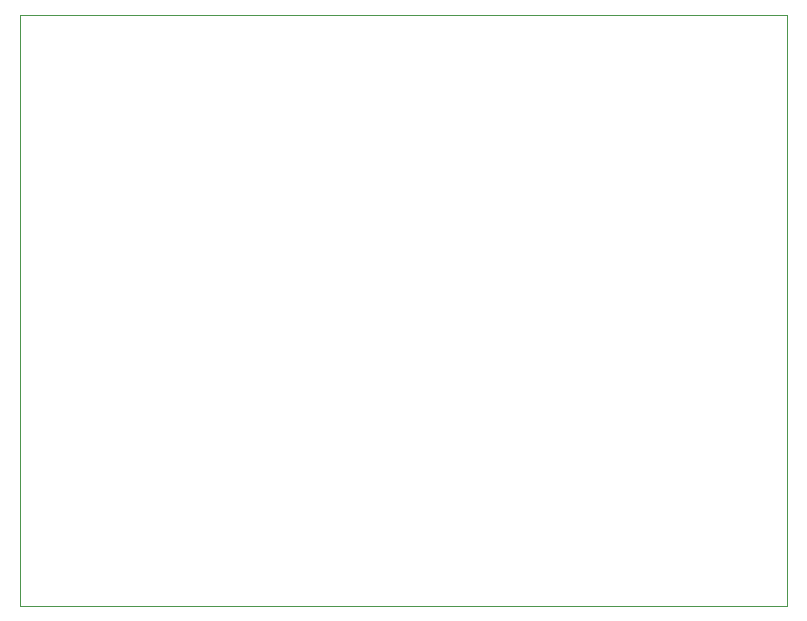
<source format=gbr>
G04 #@! TF.GenerationSoftware,KiCad,Pcbnew,(5.1.5-0)*
G04 #@! TF.CreationDate,2020-09-28T19:51:33-07:00*
G04 #@! TF.ProjectId,Luminometer_ADC,4c756d69-6e6f-46d6-9574-65725f414443,rev?*
G04 #@! TF.SameCoordinates,Original*
G04 #@! TF.FileFunction,Profile,NP*
%FSLAX46Y46*%
G04 Gerber Fmt 4.6, Leading zero omitted, Abs format (unit mm)*
G04 Created by KiCad (PCBNEW (5.1.5-0)) date 2020-09-28 19:51:33*
%MOMM*%
%LPD*%
G04 APERTURE LIST*
%ADD10C,0.050000*%
G04 APERTURE END LIST*
D10*
X180000000Y-80000000D02*
X115000000Y-80000000D01*
X180000000Y-80000000D02*
X180000000Y-130000000D01*
X115000000Y-130000000D02*
X115000000Y-80000000D01*
X180000000Y-130000000D02*
X115000000Y-130000000D01*
M02*

</source>
